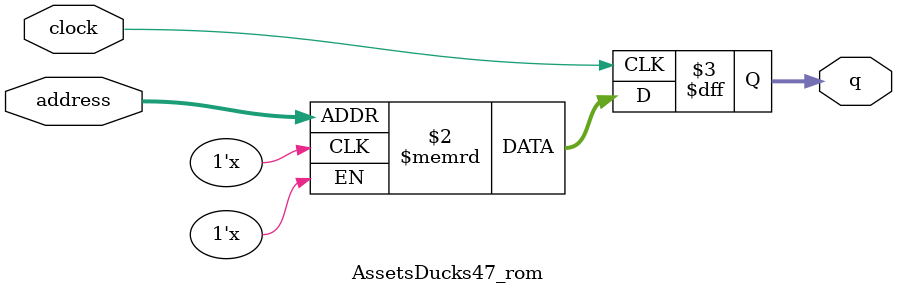
<source format=sv>
module AssetsDucks47_rom (
	input logic clock,
	input logic [11:0] address,
	output logic [3:0] q
);

logic [3:0] memory [0:4095] /* synthesis ram_init_file = "./AssetsDucks47/AssetsDucks47.mif" */;

always_ff @ (posedge clock) begin
	q <= memory[address];
end

endmodule

</source>
